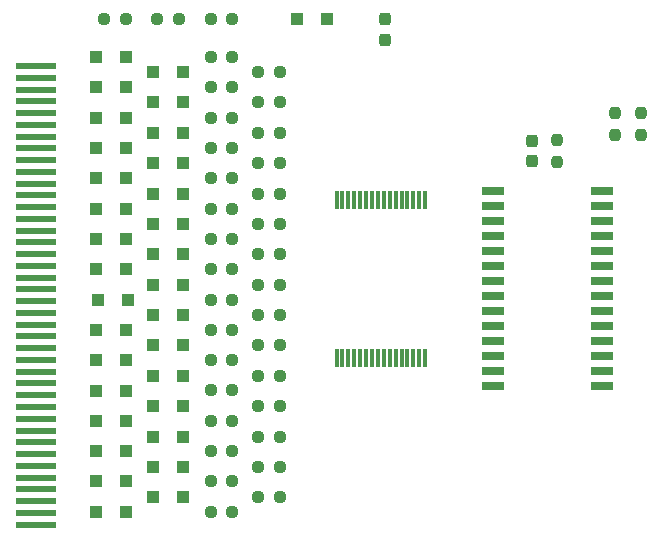
<source format=gbr>
%TF.GenerationSoftware,KiCad,Pcbnew,(6.0.2)*%
%TF.CreationDate,2022-05-01T20:43:16+10:00*%
%TF.ProjectId,brother-esp32,62726f74-6865-4722-9d65-737033322e6b,rev?*%
%TF.SameCoordinates,Original*%
%TF.FileFunction,Paste,Top*%
%TF.FilePolarity,Positive*%
%FSLAX46Y46*%
G04 Gerber Fmt 4.6, Leading zero omitted, Abs format (unit mm)*
G04 Created by KiCad (PCBNEW (6.0.2)) date 2022-05-01 20:43:16*
%MOMM*%
%LPD*%
G01*
G04 APERTURE LIST*
G04 Aperture macros list*
%AMRoundRect*
0 Rectangle with rounded corners*
0 $1 Rounding radius*
0 $2 $3 $4 $5 $6 $7 $8 $9 X,Y pos of 4 corners*
0 Add a 4 corners polygon primitive as box body*
4,1,4,$2,$3,$4,$5,$6,$7,$8,$9,$2,$3,0*
0 Add four circle primitives for the rounded corners*
1,1,$1+$1,$2,$3*
1,1,$1+$1,$4,$5*
1,1,$1+$1,$6,$7*
1,1,$1+$1,$8,$9*
0 Add four rect primitives between the rounded corners*
20,1,$1+$1,$2,$3,$4,$5,0*
20,1,$1+$1,$4,$5,$6,$7,0*
20,1,$1+$1,$6,$7,$8,$9,0*
20,1,$1+$1,$8,$9,$2,$3,0*%
G04 Aperture macros list end*
%ADD10R,3.400000X0.600000*%
%ADD11RoundRect,0.011200X0.128800X-0.758800X0.128800X0.758800X-0.128800X0.758800X-0.128800X-0.758800X0*%
%ADD12RoundRect,0.237500X-0.237500X0.250000X-0.237500X-0.250000X0.237500X-0.250000X0.237500X0.250000X0*%
%ADD13RoundRect,0.042000X0.908000X0.258000X-0.908000X0.258000X-0.908000X-0.258000X0.908000X-0.258000X0*%
%ADD14R,1.000000X1.000000*%
%ADD15RoundRect,0.237500X0.237500X-0.300000X0.237500X0.300000X-0.237500X0.300000X-0.237500X-0.300000X0*%
%ADD16RoundRect,0.237500X-0.250000X-0.237500X0.250000X-0.237500X0.250000X0.237500X-0.250000X0.237500X0*%
%ADD17RoundRect,0.237500X0.237500X-0.250000X0.237500X0.250000X-0.237500X0.250000X-0.237500X-0.250000X0*%
G04 APERTURE END LIST*
D10*
%TO.C,J1*%
X66790000Y-41990000D03*
X66790000Y-42985375D03*
X66790000Y-43980750D03*
X66790000Y-44976125D03*
X66790000Y-45971500D03*
X66790000Y-46966875D03*
X66790000Y-47962250D03*
X66790000Y-48957625D03*
X66790000Y-49953000D03*
X66790000Y-50948375D03*
X66790000Y-51943750D03*
X66790000Y-52939125D03*
X66790000Y-53934500D03*
X66790000Y-54929875D03*
X66790000Y-55925250D03*
X66790000Y-56920625D03*
X66790000Y-57916000D03*
X66790000Y-58911375D03*
X66790000Y-59906750D03*
X66790000Y-60902125D03*
X66790000Y-61897500D03*
X66790000Y-62892875D03*
X66790000Y-63888250D03*
X66790000Y-64883625D03*
X66790000Y-65879000D03*
X66790000Y-66874375D03*
X66790000Y-67869750D03*
X66790000Y-68865125D03*
X66790000Y-69860500D03*
X66790000Y-70855875D03*
X66790000Y-71851250D03*
X66790000Y-72846625D03*
X66790000Y-73842000D03*
X66790000Y-74837375D03*
X66790000Y-75832750D03*
X66790000Y-76828125D03*
X66790000Y-77823500D03*
X66790000Y-78818875D03*
X66790000Y-79814250D03*
X66790000Y-80809625D03*
%TD*%
D11*
%TO.C,U1*%
X92250000Y-66690000D03*
X92750000Y-66690000D03*
X93250000Y-66690000D03*
X93750000Y-66690000D03*
X94250000Y-66690000D03*
X94750000Y-66690000D03*
X95250000Y-66690000D03*
X95750000Y-66690000D03*
X96250000Y-66690000D03*
X96750000Y-66690000D03*
X97250000Y-66690000D03*
X97750000Y-66690000D03*
X98250000Y-66690000D03*
X98750000Y-66690000D03*
X99250000Y-66690000D03*
X99750000Y-66690000D03*
X99750000Y-53310000D03*
X99250000Y-53310000D03*
X98750000Y-53310000D03*
X98250000Y-53310000D03*
X97750000Y-53310000D03*
X97250000Y-53310000D03*
X96750000Y-53310000D03*
X96250000Y-53310000D03*
X95750000Y-53310000D03*
X95250000Y-53310000D03*
X94750000Y-53310000D03*
X94250000Y-53310000D03*
X93750000Y-53310000D03*
X93250000Y-53310000D03*
X92750000Y-53310000D03*
X92250000Y-53310000D03*
%TD*%
D12*
%TO.C,R35*%
X110900000Y-48275000D03*
X110900000Y-50100000D03*
%TD*%
D13*
%TO.C,U3*%
X114690000Y-69040000D03*
X114690000Y-67770000D03*
X114690000Y-66500000D03*
X114690000Y-65230000D03*
X114690000Y-63960000D03*
X114690000Y-62690000D03*
X114690000Y-61420000D03*
X114690000Y-60150000D03*
X114690000Y-58880000D03*
X114690000Y-57610000D03*
X114690000Y-56340000D03*
X114690000Y-55070000D03*
X114690000Y-53800000D03*
X114690000Y-52530000D03*
X105480000Y-52530000D03*
X105480000Y-53800000D03*
X105480000Y-55070000D03*
X105480000Y-56340000D03*
X105480000Y-57610000D03*
X105480000Y-58880000D03*
X105480000Y-60150000D03*
X105480000Y-61420000D03*
X105480000Y-62690000D03*
X105480000Y-63960000D03*
X105480000Y-65230000D03*
X105480000Y-66500000D03*
X105480000Y-67770000D03*
X105480000Y-69040000D03*
%TD*%
D14*
%TO.C,D6*%
X76750000Y-55357100D03*
X79250000Y-55357100D03*
%TD*%
%TO.C,D22*%
X71925000Y-56627600D03*
X74425000Y-56627600D03*
%TD*%
%TO.C,D25*%
X74425000Y-64327600D03*
X71925000Y-64327600D03*
%TD*%
D15*
%TO.C,C2*%
X108830000Y-50050000D03*
X108830000Y-48325000D03*
%TD*%
D14*
%TO.C,D24*%
X74550000Y-61760900D03*
X72050000Y-61760900D03*
%TD*%
%TO.C,D1*%
X76750000Y-42500000D03*
X79250000Y-42500000D03*
%TD*%
D16*
%TO.C,R1*%
X81587500Y-41230000D03*
X83412500Y-41230000D03*
%TD*%
D14*
%TO.C,D20*%
X74425000Y-51494300D03*
X71925000Y-51494300D03*
%TD*%
%TO.C,D26*%
X74425000Y-66894300D03*
X71925000Y-66894300D03*
%TD*%
%TO.C,D30*%
X79250000Y-75928600D03*
X76750000Y-75928600D03*
%TD*%
D15*
%TO.C,C1*%
X96340000Y-39752500D03*
X96340000Y-38027500D03*
%TD*%
D14*
%TO.C,D7*%
X76750000Y-57928600D03*
X79250000Y-57928600D03*
%TD*%
%TO.C,D29*%
X74425000Y-74594300D03*
X71925000Y-74594300D03*
%TD*%
%TO.C,D10*%
X79250000Y-65642900D03*
X76750000Y-65642900D03*
%TD*%
D16*
%TO.C,R6*%
X85610000Y-47642900D03*
X87435000Y-47642900D03*
%TD*%
D14*
%TO.C,D28*%
X71925000Y-72027600D03*
X74425000Y-72027600D03*
%TD*%
D16*
%TO.C,R2*%
X85610000Y-42500000D03*
X87435000Y-42500000D03*
%TD*%
%TO.C,R15*%
X81587500Y-59192000D03*
X83412500Y-59192000D03*
%TD*%
%TO.C,R30*%
X85610000Y-78500000D03*
X87435000Y-78500000D03*
%TD*%
%TO.C,R28*%
X85610000Y-75928600D03*
X87435000Y-75928600D03*
%TD*%
%TO.C,R19*%
X81587500Y-64324000D03*
X83412500Y-64324000D03*
%TD*%
%TO.C,R7*%
X81587500Y-48928000D03*
X83412500Y-48928000D03*
%TD*%
%TO.C,R5*%
X81587500Y-46362000D03*
X83412500Y-46362000D03*
%TD*%
%TO.C,R23*%
X81587500Y-69456000D03*
X83412500Y-69456000D03*
%TD*%
D14*
%TO.C,D8*%
X79250000Y-60500000D03*
X76750000Y-60500000D03*
%TD*%
D16*
%TO.C,R27*%
X81587500Y-74588000D03*
X83412500Y-74588000D03*
%TD*%
D14*
%TO.C,D18*%
X74425000Y-46360900D03*
X71925000Y-46360900D03*
%TD*%
%TO.C,D17*%
X71925000Y-43794300D03*
X74425000Y-43794300D03*
%TD*%
D16*
%TO.C,R32*%
X81587500Y-38000000D03*
X83412500Y-38000000D03*
%TD*%
%TO.C,R21*%
X81587500Y-66890000D03*
X83412500Y-66890000D03*
%TD*%
%TO.C,R22*%
X85610000Y-68214300D03*
X87435000Y-68214300D03*
%TD*%
D14*
%TO.C,D14*%
X74425000Y-77160900D03*
X71925000Y-77160900D03*
%TD*%
D16*
%TO.C,R31*%
X81587500Y-79720000D03*
X83412500Y-79720000D03*
%TD*%
D14*
%TO.C,D4*%
X79250000Y-50214300D03*
X76750000Y-50214300D03*
%TD*%
%TO.C,D27*%
X74425000Y-69460900D03*
X71925000Y-69460900D03*
%TD*%
%TO.C,D2*%
X79250000Y-45071400D03*
X76750000Y-45071400D03*
%TD*%
D16*
%TO.C,R25*%
X81587500Y-72022000D03*
X83412500Y-72022000D03*
%TD*%
D14*
%TO.C,D21*%
X71925000Y-54060900D03*
X74425000Y-54060900D03*
%TD*%
%TO.C,D12*%
X79250000Y-70785700D03*
X76750000Y-70785700D03*
%TD*%
D16*
%TO.C,R16*%
X85610000Y-60500000D03*
X87435000Y-60500000D03*
%TD*%
%TO.C,R24*%
X85610000Y-70785700D03*
X87435000Y-70785700D03*
%TD*%
%TO.C,R4*%
X85610000Y-45071400D03*
X87435000Y-45071400D03*
%TD*%
%TO.C,R29*%
X81587500Y-77154000D03*
X83412500Y-77154000D03*
%TD*%
D14*
%TO.C,D19*%
X74425000Y-48927600D03*
X71925000Y-48927600D03*
%TD*%
D16*
%TO.C,R11*%
X81587500Y-54060000D03*
X83412500Y-54060000D03*
%TD*%
D17*
%TO.C,R36*%
X115800000Y-47800000D03*
X115800000Y-45975000D03*
%TD*%
D16*
%TO.C,R26*%
X85610000Y-73357100D03*
X87435000Y-73357100D03*
%TD*%
D14*
%TO.C,D16*%
X74425000Y-41227600D03*
X71925000Y-41227600D03*
%TD*%
D16*
%TO.C,R17*%
X81587500Y-61758000D03*
X83412500Y-61758000D03*
%TD*%
%TO.C,R13*%
X81587500Y-56626000D03*
X83412500Y-56626000D03*
%TD*%
D17*
%TO.C,R37*%
X118000000Y-47800000D03*
X118000000Y-45975000D03*
%TD*%
D14*
%TO.C,D5*%
X76750000Y-52785700D03*
X79250000Y-52785700D03*
%TD*%
D16*
%TO.C,R3*%
X81587500Y-43796000D03*
X83412500Y-43796000D03*
%TD*%
D14*
%TO.C,D23*%
X74425000Y-59194300D03*
X71925000Y-59194300D03*
%TD*%
D16*
%TO.C,R18*%
X85610000Y-63071400D03*
X87435000Y-63071400D03*
%TD*%
D14*
%TO.C,D13*%
X76750000Y-73357100D03*
X79250000Y-73357100D03*
%TD*%
%TO.C,D31*%
X79250000Y-78500000D03*
X76750000Y-78500000D03*
%TD*%
D16*
%TO.C,R34*%
X72587500Y-38000000D03*
X74412500Y-38000000D03*
%TD*%
D14*
%TO.C,D3*%
X79250000Y-47642900D03*
X76750000Y-47642900D03*
%TD*%
%TO.C,D9*%
X79250000Y-63071400D03*
X76750000Y-63071400D03*
%TD*%
%TO.C,D32*%
X91400000Y-37990000D03*
X88900000Y-37990000D03*
%TD*%
D16*
%TO.C,R14*%
X85610000Y-57928600D03*
X87435000Y-57928600D03*
%TD*%
%TO.C,R9*%
X81587500Y-51494000D03*
X83412500Y-51494000D03*
%TD*%
%TO.C,R12*%
X85610000Y-55357100D03*
X87435000Y-55357100D03*
%TD*%
%TO.C,R20*%
X85610000Y-65642900D03*
X87435000Y-65642900D03*
%TD*%
%TO.C,R33*%
X77087500Y-38000000D03*
X78912500Y-38000000D03*
%TD*%
D14*
%TO.C,D15*%
X74425000Y-79727600D03*
X71925000Y-79727600D03*
%TD*%
%TO.C,D11*%
X79250000Y-68214300D03*
X76750000Y-68214300D03*
%TD*%
D16*
%TO.C,R10*%
X85610000Y-52785700D03*
X87435000Y-52785700D03*
%TD*%
%TO.C,R8*%
X85610000Y-50214300D03*
X87435000Y-50214300D03*
%TD*%
M02*

</source>
